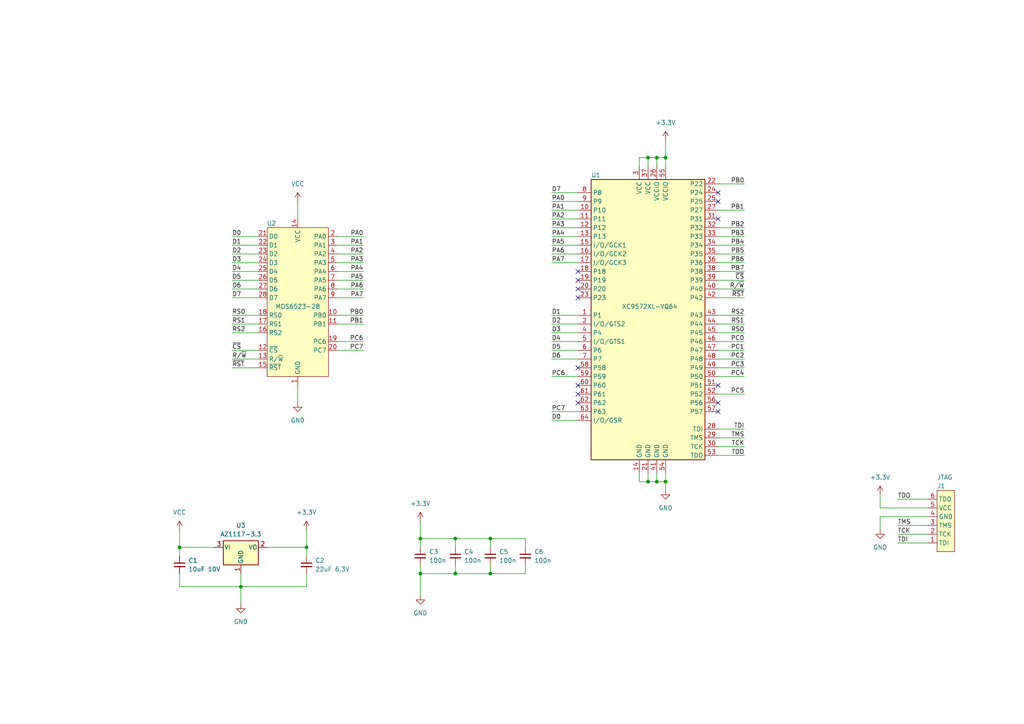
<source format=kicad_sch>
(kicad_sch (version 20230121) (generator eeschema)
  (paper "A4")
  (title_block (title "MOS6523-28 Replacement \"Fake6523\"") (date "2024-09-24") (rev "1"))
  (lib_symbols
    (symbol "CPLD_Xilinx:XC9572XL-VQ64"
      (property "Reference" "U" (at -16.51 40.64 0))
      (property "Value" "XC9572XL-VQ64" (at -16.51 -43.18 0))
      (symbol "XC9572XL-VQ64_1_1"
        (rectangle (start -16.51 39.37) (end 16.51 -41.91) (stroke (width 0.254)) (fill (type background)))
        (pin bidirectional line (at -20.32 0 0) (length 3.81) (name "P1") (number "1"))
        (pin bidirectional line (at -20.32 30.48 0) (length 3.81) (name "P10") (number "10"))
        (pin bidirectional line (at -20.32 27.94 0) (length 3.81) (name "P11") (number "11"))
        (pin bidirectional line (at -20.32 25.4 0) (length 3.81) (name "P12") (number "12"))
        (pin bidirectional line (at -20.32 22.86 0) (length 3.81) (name "P13") (number "13"))
        (pin power_in line (at -2.54 -45.72 90) (length 3.81) (name "GND") (number "14"))
        (pin bidirectional line (at -20.32 20.32 0) (length 3.81) (name "I/O/GCK1") (number "15"))
        (pin bidirectional line (at -20.32 17.78 0) (length 3.81) (name "I/O/GCK2") (number "16"))
        (pin bidirectional line (at -20.32 15.24 0) (length 3.81) (name "I/O/GCK3") (number "17"))
        (pin bidirectional line (at -20.32 12.7 0) (length 3.81) (name "P18") (number "18"))
        (pin bidirectional line (at -20.32 10.16 0) (length 3.81) (name "P19") (number "19"))
        (pin bidirectional line (at -20.32 -2.54 0) (length 3.81) (name "I/O/GTS2") (number "2"))
        (pin bidirectional line (at -20.32 7.62 0) (length 3.81) (name "P20") (number "20"))
        (pin power_in line (at 0 -45.72 90) (length 3.81) (name "GND") (number "21"))
        (pin bidirectional line (at 20.32 38.1 180) (length 3.81) (name "P22") (number "22"))
        (pin bidirectional line (at -20.32 5.08 0) (length 3.81) (name "P23") (number "23"))
        (pin bidirectional line (at 20.32 35.56 180) (length 3.81) (name "P24") (number "24"))
        (pin bidirectional line (at 20.32 33.02 180) (length 3.81) (name "P25") (number "25"))
        (pin power_in line (at 2.54 43.18 270) (length 3.81) (name "VCCIO") (number "26"))
        (pin bidirectional line (at 20.32 30.48 180) (length 3.81) (name "P27") (number "27"))
        (pin input line (at 20.32 -33.02 180) (length 3.81) (name "TDI") (number "28"))
        (pin input line (at 20.32 -35.56 180) (length 3.81) (name "TMS") (number "29"))
        (pin power_in line (at -2.54 43.18 270) (length 3.81) (name "VCC") (number "3"))
        (pin input line (at 20.32 -38.1 180) (length 3.81) (name "TCK") (number "30"))
        (pin bidirectional line (at 20.32 27.94 180) (length 3.81) (name "P31") (number "31"))
        (pin bidirectional line (at 20.32 25.4 180) (length 3.81) (name "P32") (number "32"))
        (pin bidirectional line (at 20.32 22.86 180) (length 3.81) (name "P33") (number "33"))
        (pin bidirectional line (at 20.32 20.32 180) (length 3.81) (name "P34") (number "34"))
        (pin bidirectional line (at 20.32 17.78 180) (length 3.81) (name "P35") (number "35"))
        (pin bidirectional line (at 20.32 15.24 180) (length 3.81) (name "P36") (number "36"))
        (pin power_in line (at 0 43.18 270) (length 3.81) (name "VCC") (number "37"))
        (pin bidirectional line (at 20.32 12.7 180) (length 3.81) (name "P38") (number "38"))
        (pin bidirectional line (at 20.32 10.16 180) (length 3.81) (name "P39") (number "39"))
        (pin bidirectional line (at -20.32 -5.08 0) (length 3.81) (name "P4") (number "4"))
        (pin bidirectional line (at 20.32 7.62 180) (length 3.81) (name "P40") (number "40"))
        (pin power_in line (at 2.54 -45.72 90) (length 3.81) (name "GND") (number "41"))
        (pin bidirectional line (at 20.32 5.08 180) (length 3.81) (name "P42") (number "42"))
        (pin bidirectional line (at 20.32 0 180) (length 3.81) (name "P43") (number "43"))
        (pin bidirectional line (at 20.32 -2.54 180) (length 3.81) (name "P44") (number "44"))
        (pin bidirectional line (at 20.32 -5.08 180) (length 3.81) (name "P45") (number "45"))
        (pin bidirectional line (at 20.32 -7.62 180) (length 3.81) (name "P46") (number "46"))
        (pin bidirectional line (at 20.32 -10.16 180) (length 3.81) (name "P47") (number "47"))
        (pin bidirectional line (at 20.32 -12.7 180) (length 3.81) (name "P48") (number "48"))
        (pin bidirectional line (at 20.32 -15.24 180) (length 3.81) (name "P49") (number "49"))
        (pin bidirectional line (at -20.32 -7.62 0) (length 3.81) (name "I/O/GTS1") (number "5"))
        (pin bidirectional line (at 20.32 -17.78 180) (length 3.81) (name "P50") (number "50"))
        (pin bidirectional line (at 20.32 -20.32 180) (length 3.81) (name "P51") (number "51"))
        (pin bidirectional line (at 20.32 -22.86 180) (length 3.81) (name "P52") (number "52"))
        (pin output line (at 20.32 -40.64 180) (length 3.81) (name "TDO") (number "53"))
        (pin power_in line (at 5.08 -45.72 90) (length 3.81) (name "GND") (number "54"))
        (pin power_in line (at 5.08 43.18 270) (length 3.81) (name "VCCIO") (number "55"))
        (pin bidirectional line (at 20.32 -25.4 180) (length 3.81) (name "P56") (number "56"))
        (pin bidirectional line (at 20.32 -27.94 180) (length 3.81) (name "P57") (number "57"))
        (pin bidirectional line (at -20.32 -15.24 0) (length 3.81) (name "P58") (number "58"))
        (pin bidirectional line (at -20.32 -17.78 0) (length 3.81) (name "P59") (number "59"))
        (pin bidirectional line (at -20.32 -10.16 0) (length 3.81) (name "P6") (number "6"))
        (pin bidirectional line (at -20.32 -20.32 0) (length 3.81) (name "P60") (number "60"))
        (pin bidirectional line (at -20.32 -22.86 0) (length 3.81) (name "P61") (number "61"))
        (pin bidirectional line (at -20.32 -25.4 0) (length 3.81) (name "P62") (number "62"))
        (pin bidirectional line (at -20.32 -27.94 0) (length 3.81) (name "P63") (number "63"))
        (pin bidirectional line (at -20.32 -30.48 0) (length 3.81) (name "I/O/GSR") (number "64"))
        (pin bidirectional line (at -20.32 -12.7 0) (length 3.81) (name "P7") (number "7"))
        (pin bidirectional line (at -20.32 35.56 0) (length 3.81) (name "P8") (number "8"))
        (pin bidirectional line (at -20.32 33.02 0) (length 3.81) (name "P9") (number "9"))
      )
    )
    (symbol "Device:C_Small" (pin_numbers hide) (pin_names (offset 0.254) hide)
      (property "Reference" "C" (at 0.254 1.778 0))
      (property "Value" "C_Small" (at 0.254 -2.032 0))
      (symbol "C_Small_0_1"
        (polyline (pts (xy -1.524 -0.508) (xy 1.524 -0.508)) (stroke (width 0.3302)))
        (polyline (pts (xy -1.524 0.508) (xy 1.524 0.508)) (stroke (width 0.3048)))
      )
      (symbol "C_Small_1_1"
        (pin passive line (at 0 2.54 270) (length 2.032) (name "~") (number "1"))
        (pin passive line (at 0 -2.54 90) (length 2.032) (name "~") (number "2"))
      )
    )
    (symbol "JTAG_header:JTAG_Header"
      (property "Reference" "J" (at -2.54 3.81 0))
      (property "Value" "JTAG" (at -2.54 6.35 0))
      (symbol "JTAG_Header_1_1"
        (rectangle (start -2.54 2.54) (end 2.54 -15.24) (fill (type background)))
        (pin bidirectional line (at -5.08 0 0) (length 2.54) (name "TDI") (number "1"))
        (pin bidirectional line (at -5.08 -2.54 0) (length 2.54) (name "TCK") (number "2"))
        (pin bidirectional line (at -5.08 -5.08 0) (length 2.54) (name "TMS") (number "3"))
        (pin power_in line (at -5.08 -7.62 0) (length 2.54) (name "GND") (number "4"))
        (pin power_in line (at -5.08 -10.16 0) (length 2.54) (name "VCC") (number "5"))
        (pin bidirectional line (at -5.08 -12.7 0) (length 2.54) (name "TDO") (number "6"))
      )
    )
    (symbol "MOS6523:MOS6523-28"
      (property "Reference" "U" (at -7.62 22.86 0))
      (property "Value" "MOS6523-28" (at 7.62 -22.86 0))
      (symbol "MOS6523-28_1_1"
        (rectangle (start -8.89 21.59) (end 8.89 -21.59) (fill (type background)))
        (pin power_in line (at 0 -24.13 90) (length 2.54) (name "GND") (number "1"))
        (pin bidirectional line (at 11.43 -3.81 180) (length 2.54) (name "PB0") (number "10"))
        (pin bidirectional line (at 11.43 -6.35 180) (length 2.54) (name "PB1") (number "11"))
        (pin input line (at -11.43 -13.97 0) (length 2.54) (name "~{CS}") (number "12"))
        (pin input line (at -11.43 -16.51 0) (length 2.54) (name "R/~{W}") (number "13"))
        (pin power_in line (at 0 24.13 270) (length 2.54) (name "VCC") (number "14"))
        (pin input line (at -11.43 -19.05 0) (length 2.54) (name "~{RST}") (number "15"))
        (pin input line (at -11.43 -8.89 0) (length 2.54) (name "RS2") (number "16"))
        (pin input line (at -11.43 -6.35 0) (length 2.54) (name "RS1") (number "17"))
        (pin input line (at -11.43 -3.81 0) (length 2.54) (name "RS0") (number "18"))
        (pin bidirectional line (at 11.43 -11.43 180) (length 2.54) (name "PC6") (number "19"))
        (pin bidirectional line (at 11.43 19.05 180) (length 2.54) (name "PA0") (number "2"))
        (pin bidirectional line (at 11.43 -13.97 180) (length 2.54) (name "PC7") (number "20"))
        (pin bidirectional line (at -11.43 19.05 0) (length 2.54) (name "D0") (number "21"))
        (pin bidirectional line (at -11.43 16.51 0) (length 2.54) (name "D1") (number "22"))
        (pin bidirectional line (at -11.43 13.97 0) (length 2.54) (name "D2") (number "23"))
        (pin bidirectional line (at -11.43 11.43 0) (length 2.54) (name "D3") (number "24"))
        (pin bidirectional line (at -11.43 8.89 0) (length 2.54) (name "D4") (number "25"))
        (pin bidirectional line (at -11.43 6.35 0) (length 2.54) (name "D5") (number "26"))
        (pin bidirectional line (at -11.43 3.81 0) (length 2.54) (name "D6") (number "27"))
        (pin bidirectional line (at -11.43 1.27 0) (length 2.54) (name "D7") (number "28"))
        (pin bidirectional line (at 11.43 16.51 180) (length 2.54) (name "PA1") (number "3"))
        (pin bidirectional line (at 11.43 13.97 180) (length 2.54) (name "PA2") (number "4"))
        (pin bidirectional line (at 11.43 11.43 180) (length 2.54) (name "PA3") (number "5"))
        (pin bidirectional line (at 11.43 8.89 180) (length 2.54) (name "PA4") (number "6"))
        (pin bidirectional line (at 11.43 6.35 180) (length 2.54) (name "PA5") (number "7"))
        (pin bidirectional line (at 11.43 3.81 180) (length 2.54) (name "PA6") (number "8"))
        (pin bidirectional line (at 11.43 1.27 180) (length 2.54) (name "PA7") (number "9"))
      )
    )
    (symbol "Regulator_Linear:AZ1117-3.3" (pin_names (offset 0.254))
      (property "Reference" "U" (at -3.81 3.175 0))
      (property "Value" "AZ1117-3.3" (at 0 3.175 0))
      (symbol "AZ1117-3.3_0_1"
        (rectangle (start -5.08 1.905) (end 5.08 -5.08) (stroke (width 0.254)) (fill (type background)))
      )
      (symbol "AZ1117-3.3_1_1"
        (pin power_in line (at 0 -7.62 90) (length 2.54) (name "GND") (number "1"))
        (pin power_out line (at 7.62 0 180) (length 2.54) (name "VO") (number "2"))
        (pin power_in line (at -7.62 0 0) (length 2.54) (name "VI") (number "3"))
      )
    )
    (symbol "power:+3.3V" (power) (pin_names (offset 0))
      (property "Value" "+3.3V" (at 0 3.556 0))
      (symbol "+3.3V_0_1"
        (polyline (pts (xy -0.762 1.27) (xy 0 2.54)))
        (polyline (pts (xy 0 0) (xy 0 2.54)))
        (polyline (pts (xy 0 2.54) (xy 0.762 1.27)))
      )
      (symbol "+3.3V_1_1"
        (pin power_in line (at 0 0 90) (length 0) hide (name "+3.3V") (number "1"))
      )
    )
    (symbol "power:GND" (power) (pin_names (offset 0))
      (property "Value" "GND" (at 0 -3.81 0))
      (symbol "GND_0_1"
        (polyline (pts (xy 0 0) (xy 0 -1.27) (xy 1.27 -1.27) (xy 0 -2.54) (xy -1.27 -1.27) (xy 0 -1.27)))
      )
      (symbol "GND_1_1"
        (pin power_in line (at 0 0 270) (length 0) hide (name "GND") (number "1"))
      )
    )
    (symbol "power:VCC" (power) (pin_names (offset 0))
      (property "Value" "VCC" (at 0 3.81 0))
      (symbol "VCC_0_1"
        (polyline (pts (xy -0.762 1.27) (xy 0 2.54)))
        (polyline (pts (xy 0 0) (xy 0 2.54)))
        (polyline (pts (xy 0 2.54) (xy 0.762 1.27)))
      )
      (symbol "VCC_1_1"
        (pin power_in line (at 0 0 90) (length 0) hide (name "VCC") (number "1"))
      )
    )
  )
  (junction (at 193.04 45.72))
  (junction (at 121.92 156.21))
  (junction (at 142.24 166.37))
  (junction (at 88.9 158.75))
  (junction (at 190.5 139.7))
  (junction (at 69.85 170.18))
  (junction (at 187.96 45.72))
  (junction (at 190.5 45.72))
  (junction (at 193.04 139.7))
  (junction (at 187.96 139.7))
  (junction (at 132.08 156.21))
  (junction (at 52.07 158.75))
  (junction (at 142.24 156.21))
  (junction (at 121.92 166.37))
  (junction (at 132.08 166.37))
  (no_connect (at 167.64 116.84))
  (no_connect (at 208.28 55.88))
  (no_connect (at 208.28 58.42))
  (no_connect (at 167.64 81.28))
  (no_connect (at 208.28 63.5))
  (no_connect (at 208.28 111.76))
  (no_connect (at 167.64 86.36))
  (no_connect (at 167.64 111.76))
  (no_connect (at 167.64 83.82))
  (no_connect (at 208.28 119.38))
  (no_connect (at 208.28 116.84))
  (no_connect (at 167.64 114.3))
  (no_connect (at 167.64 78.74))
  (no_connect (at 167.64 106.68))
  (wire (pts (xy 208.28 101.6) (xy 215.9 101.6)))
  (wire (pts (xy 88.9 158.75) (xy 88.9 153.67)))
  (wire (pts (xy 86.36 58.42) (xy 86.36 63.5)))
  (wire (pts (xy 77.47 158.75) (xy 88.9 158.75)))
  (wire (pts (xy 160.02 58.42) (xy 167.64 58.42)))
  (wire (pts (xy 255.27 153.67) (xy 255.27 149.86)))
  (wire (pts (xy 132.08 163.83) (xy 132.08 166.37)))
  (wire (pts (xy 121.92 151.13) (xy 121.92 156.21)))
  (wire (pts (xy 67.31 91.44) (xy 74.93 91.44)))
  (wire (pts (xy 185.42 45.72) (xy 187.96 45.72)))
  (wire (pts (xy 187.96 45.72) (xy 187.96 48.26)))
  (wire (pts (xy 67.31 101.6) (xy 74.93 101.6)))
  (wire (pts (xy 67.31 83.82) (xy 74.93 83.82)))
  (wire (pts (xy 208.28 124.46) (xy 215.9 124.46)))
  (wire (pts (xy 67.31 78.74) (xy 74.93 78.74)))
  (wire (pts (xy 160.02 66.04) (xy 167.64 66.04)))
  (wire (pts (xy 52.07 166.37) (xy 52.07 170.18)))
  (wire (pts (xy 260.35 154.94) (xy 269.24 154.94)))
  (wire (pts (xy 142.24 156.21) (xy 142.24 158.75)))
  (wire (pts (xy 142.24 166.37) (xy 152.4 166.37)))
  (wire (pts (xy 52.07 153.67) (xy 52.07 158.75)))
  (wire (pts (xy 208.28 81.28) (xy 215.9 81.28)))
  (wire (pts (xy 97.79 78.74) (xy 105.41 78.74)))
  (wire (pts (xy 255.27 143.51) (xy 255.27 147.32)))
  (wire (pts (xy 193.04 139.7) (xy 193.04 142.24)))
  (wire (pts (xy 67.31 68.58) (xy 74.93 68.58)))
  (wire (pts (xy 121.92 166.37) (xy 132.08 166.37)))
  (wire (pts (xy 67.31 76.2) (xy 74.93 76.2)))
  (wire (pts (xy 86.36 111.76) (xy 86.36 116.84)))
  (wire (pts (xy 260.35 144.78) (xy 269.24 144.78)))
  (wire (pts (xy 160.02 96.52) (xy 167.64 96.52)))
  (wire (pts (xy 160.02 93.98) (xy 167.64 93.98)))
  (wire (pts (xy 132.08 166.37) (xy 142.24 166.37)))
  (wire (pts (xy 208.28 91.44) (xy 215.9 91.44)))
  (wire (pts (xy 52.07 158.75) (xy 62.23 158.75)))
  (wire (pts (xy 132.08 156.21) (xy 142.24 156.21)))
  (wire (pts (xy 260.35 152.4) (xy 269.24 152.4)))
  (wire (pts (xy 160.02 119.38) (xy 167.64 119.38)))
  (wire (pts (xy 208.28 99.06) (xy 215.9 99.06)))
  (wire (pts (xy 152.4 156.21) (xy 152.4 158.75)))
  (wire (pts (xy 97.79 68.58) (xy 105.41 68.58)))
  (wire (pts (xy 208.28 93.98) (xy 215.9 93.98)))
  (wire (pts (xy 67.31 71.12) (xy 74.93 71.12)))
  (wire (pts (xy 160.02 55.88) (xy 167.64 55.88)))
  (wire (pts (xy 208.28 127) (xy 215.9 127)))
  (wire (pts (xy 190.5 45.72) (xy 193.04 45.72)))
  (wire (pts (xy 190.5 139.7) (xy 193.04 139.7)))
  (wire (pts (xy 97.79 93.98) (xy 105.41 93.98)))
  (wire (pts (xy 160.02 68.58) (xy 167.64 68.58)))
  (wire (pts (xy 132.08 156.21) (xy 132.08 158.75)))
  (wire (pts (xy 208.28 132.08) (xy 215.9 132.08)))
  (wire (pts (xy 208.28 109.22) (xy 215.9 109.22)))
  (wire (pts (xy 160.02 121.92) (xy 167.64 121.92)))
  (wire (pts (xy 88.9 170.18) (xy 69.85 170.18)))
  (wire (pts (xy 208.28 106.68) (xy 215.9 106.68)))
  (wire (pts (xy 208.28 66.04) (xy 215.9 66.04)))
  (wire (pts (xy 185.42 48.26) (xy 185.42 45.72)))
  (wire (pts (xy 208.28 104.14) (xy 215.9 104.14)))
  (wire (pts (xy 152.4 166.37) (xy 152.4 163.83)))
  (wire (pts (xy 193.04 139.7) (xy 193.04 137.16)))
  (wire (pts (xy 67.31 86.36) (xy 74.93 86.36)))
  (wire (pts (xy 67.31 81.28) (xy 74.93 81.28)))
  (wire (pts (xy 97.79 73.66) (xy 105.41 73.66)))
  (wire (pts (xy 260.35 157.48) (xy 269.24 157.48)))
  (wire (pts (xy 67.31 106.68) (xy 74.93 106.68)))
  (wire (pts (xy 160.02 91.44) (xy 167.64 91.44)))
  (wire (pts (xy 190.5 137.16) (xy 190.5 139.7)))
  (wire (pts (xy 67.31 104.14) (xy 74.93 104.14)))
  (wire (pts (xy 160.02 76.2) (xy 167.64 76.2)))
  (wire (pts (xy 160.02 63.5) (xy 167.64 63.5)))
  (wire (pts (xy 193.04 45.72) (xy 193.04 48.26)))
  (wire (pts (xy 208.28 60.96) (xy 215.9 60.96)))
  (wire (pts (xy 97.79 83.82) (xy 105.41 83.82)))
  (wire (pts (xy 187.96 139.7) (xy 190.5 139.7)))
  (wire (pts (xy 52.07 170.18) (xy 69.85 170.18)))
  (wire (pts (xy 121.92 163.83) (xy 121.92 166.37)))
  (wire (pts (xy 97.79 86.36) (xy 105.41 86.36)))
  (wire (pts (xy 208.28 68.58) (xy 215.9 68.58)))
  (wire (pts (xy 160.02 73.66) (xy 167.64 73.66)))
  (wire (pts (xy 97.79 99.06) (xy 105.41 99.06)))
  (wire (pts (xy 208.28 86.36) (xy 215.9 86.36)))
  (wire (pts (xy 208.28 53.34) (xy 215.9 53.34)))
  (wire (pts (xy 67.31 73.66) (xy 74.93 73.66)))
  (wire (pts (xy 121.92 166.37) (xy 121.92 172.72)))
  (wire (pts (xy 187.96 45.72) (xy 190.5 45.72)))
  (wire (pts (xy 88.9 166.37) (xy 88.9 170.18)))
  (wire (pts (xy 160.02 99.06) (xy 167.64 99.06)))
  (wire (pts (xy 208.28 129.54) (xy 215.9 129.54)))
  (wire (pts (xy 255.27 147.32) (xy 269.24 147.32)))
  (wire (pts (xy 185.42 139.7) (xy 187.96 139.7)))
  (wire (pts (xy 88.9 158.75) (xy 88.9 161.29)))
  (wire (pts (xy 208.28 76.2) (xy 215.9 76.2)))
  (wire (pts (xy 97.79 91.44) (xy 105.41 91.44)))
  (wire (pts (xy 160.02 109.22) (xy 167.64 109.22)))
  (wire (pts (xy 52.07 158.75) (xy 52.07 161.29)))
  (wire (pts (xy 97.79 76.2) (xy 105.41 76.2)))
  (wire (pts (xy 67.31 96.52) (xy 74.93 96.52)))
  (wire (pts (xy 208.28 73.66) (xy 215.9 73.66)))
  (wire (pts (xy 69.85 166.37) (xy 69.85 170.18)))
  (wire (pts (xy 142.24 156.21) (xy 152.4 156.21)))
  (wire (pts (xy 69.85 170.18) (xy 69.85 175.26)))
  (wire (pts (xy 190.5 45.72) (xy 190.5 48.26)))
  (wire (pts (xy 208.28 96.52) (xy 215.9 96.52)))
  (wire (pts (xy 67.31 93.98) (xy 74.93 93.98)))
  (wire (pts (xy 142.24 163.83) (xy 142.24 166.37)))
  (wire (pts (xy 97.79 101.6) (xy 105.41 101.6)))
  (wire (pts (xy 160.02 104.14) (xy 167.64 104.14)))
  (wire (pts (xy 97.79 81.28) (xy 105.41 81.28)))
  (wire (pts (xy 121.92 156.21) (xy 132.08 156.21)))
  (wire (pts (xy 193.04 40.64) (xy 193.04 45.72)))
  (wire (pts (xy 121.92 158.75) (xy 121.92 156.21)))
  (wire (pts (xy 208.28 71.12) (xy 215.9 71.12)))
  (wire (pts (xy 255.27 149.86) (xy 269.24 149.86)))
  (wire (pts (xy 160.02 60.96) (xy 167.64 60.96)))
  (wire (pts (xy 208.28 78.74) (xy 215.9 78.74)))
  (wire (pts (xy 97.79 71.12) (xy 105.41 71.12)))
  (wire (pts (xy 185.42 137.16) (xy 185.42 139.7)))
  (wire (pts (xy 160.02 101.6) (xy 167.64 101.6)))
  (wire (pts (xy 208.28 83.82) (xy 215.9 83.82)))
  (wire (pts (xy 187.96 137.16) (xy 187.96 139.7)))
  (wire (pts (xy 160.02 71.12) (xy 167.64 71.12)))
  (wire (pts (xy 208.28 114.3) (xy 215.9 114.3)))
  (label "TMS" (at 260.35 152.4 0))
  (label "PA3" (at 105.41 76.2 180))
  (label "D7" (at 67.31 86.36 0))
  (label "PA1" (at 105.41 71.12 180))
  (label "D2" (at 67.31 73.66 0))
  (label "PC1" (at 215.9 101.6 180))
  (label "D2" (at 160.02 93.98 0))
  (label "D5" (at 160.02 101.6 0))
  (label "PC6" (at 160.02 109.22 0))
  (label "PC5" (at 215.9 114.3 180))
  (label "PB0" (at 105.41 91.44 180))
  (label "TDO" (at 215.9 132.08 180))
  (label "D5" (at 67.31 81.28 0))
  (label "D0" (at 67.31 68.58 0))
  (label "PA1" (at 160.02 60.96 0))
  (label "D0" (at 160.02 121.92 0))
  (label "PB5" (at 215.9 73.66 180))
  (label "RS0" (at 67.31 91.44 0))
  (label "PB7" (at 215.9 78.74 180))
  (label "D7" (at 160.02 55.88 0))
  (label "~{RST}" (at 215.9 86.36 180))
  (label "PB1" (at 215.9 60.96 180))
  (label "PB4" (at 215.9 71.12 180))
  (label "PA4" (at 105.41 78.74 180))
  (label "D1" (at 160.02 91.44 0))
  (label "PA4" (at 160.02 68.58 0))
  (label "D6" (at 67.31 83.82 0))
  (label "TDI" (at 215.9 124.46 180))
  (label "PA7" (at 105.41 86.36 180))
  (label "PB6" (at 215.9 76.2 180))
  (label "PB1" (at 105.41 93.98 180))
  (label "RS1" (at 67.31 93.98 0))
  (label "RS1" (at 215.9 93.98 180))
  (label "~{RST}" (at 67.31 106.68 0))
  (label "D1" (at 67.31 71.12 0))
  (label "PA2" (at 105.41 73.66 180))
  (label "PC2" (at 215.9 104.14 180))
  (label "PC0" (at 215.9 99.06 180))
  (label "D4" (at 67.31 78.74 0))
  (label "TCK" (at 260.35 154.94 0))
  (label "PA5" (at 105.41 81.28 180))
  (label "TCK" (at 215.9 129.54 180))
  (label "PC6" (at 105.41 99.06 180))
  (label "D3" (at 160.02 96.52 0))
  (label "PB0" (at 215.9 53.34 180))
  (label "PA2" (at 160.02 63.5 0))
  (label "PA0" (at 105.41 68.58 180))
  (label "PC3" (at 215.9 106.68 180))
  (label "PA0" (at 160.02 58.42 0))
  (label "D3" (at 67.31 76.2 0))
  (label "PC7" (at 105.41 101.6 180))
  (label "TDI" (at 260.35 157.48 0))
  (label "R{slash}~{W}" (at 215.9 83.82 180))
  (label "RS2" (at 215.9 91.44 180))
  (label "PB2" (at 215.9 66.04 180))
  (label "PA3" (at 160.02 66.04 0))
  (label "PB3" (at 215.9 68.58 180))
  (label "D4" (at 160.02 99.06 0))
  (label "R{slash}~{W}" (at 67.31 104.14 0))
  (label "TMS" (at 215.9 127 180))
  (label "~{CS}" (at 215.9 81.28 180))
  (label "RS2" (at 67.31 96.52 0))
  (label "PA7" (at 160.02 76.2 0))
  (label "PA5" (at 160.02 71.12 0))
  (label "D6" (at 160.02 104.14 0))
  (label "PA6" (at 105.41 83.82 180))
  (label "PC4" (at 215.9 109.22 180))
  (label "PC7" (at 160.02 119.38 0))
  (label "~{CS}" (at 67.31 101.6 0))
  (label "PA6" (at 160.02 73.66 0))
  (label "RS0" (at 215.9 96.52 180))
  (label "TDO" (at 260.35 144.78 0))
  (symbol (lib_id "power:GND") (at 86.36 116.84 0) (unit 1)
    (property "Reference" "#PWR04" (effects hide))
    (property "Value" "GND" (at 86.36 121.92 0))
  )
  (symbol (lib_id "power:+3.3V") (at 193.04 40.64 0) (unit 1)
    (property "Reference" "#PWR01" (effects hide))
    (property "Value" "+3.3V" (at 193.04 35.56 0))
  )
  (symbol (lib_id "JTAG_header:JTAG_Header") (at 274.32 157.48 0) (mirror x) (unit 1)
    (property "Reference" "J1" (at 271.78 140.97 0) (effects (justify left)))
    (property "Value" "JTAG" (at 271.78 138.43 0) (effects (justify left)))
    (property "Footprint" "Connector_PinHeader_2.54mm:PinHeader_2x03_P2.54mm_Vertical" (effects hide))
  )
  (symbol (lib_id "Device:C_Small") (at 132.08 161.29 0) (unit 1)
    (property "Reference" "C4" (at 134.62 160.0263 0) (effects (justify left)))
    (property "Value" "100n" (at 134.62 162.5663 0) (effects (justify left)))
    (property "Footprint" "Capacitor_SMD:C_0603_1608Metric_Pad1.08x0.95mm_HandSolder" (effects hide))
  )
  (symbol (lib_id "Device:C_Small") (at 88.9 163.83 0) (unit 1)
    (property "Reference" "C2" (at 91.44 162.5663 0) (effects (justify left)))
    (property "Value" "22uF 6.3V" (at 91.44 165.1063 0) (effects (justify left)))
    (property "Footprint" "Capacitor_SMD:C_0603_1608Metric_Pad1.08x0.95mm_HandSolder" (effects hide))
  )
  (symbol (lib_id "Device:C_Small") (at 121.92 161.29 0) (unit 1)
    (property "Reference" "C3" (at 124.46 160.0263 0) (effects (justify left)))
    (property "Value" "100n" (at 124.46 162.5663 0) (effects (justify left)))
    (property "Footprint" "Capacitor_SMD:C_0603_1608Metric_Pad1.08x0.95mm_HandSolder" (effects hide))
  )
  (symbol (lib_id "MOS6523:MOS6523-28") (at 86.36 87.63 0) (unit 1)
    (property "Reference" "U2" (at 78.74 64.77 0))
    (property "Value" "MOS6523-28" (at 86.36 88.9 0))
    (property "Footprint" "Per:DIP-28_W15.24mm_BottomHeadersFlat" (effects hide))
  )
  (symbol (lib_id "Device:C_Small") (at 152.4 161.29 0) (unit 1)
    (property "Reference" "C6" (at 154.94 160.0263 0) (effects (justify left)))
    (property "Value" "100n" (at 154.94 162.5663 0) (effects (justify left)))
    (property "Footprint" "Capacitor_SMD:C_0603_1608Metric_Pad1.08x0.95mm_HandSolder" (effects hide))
  )
  (symbol (lib_id "power:VCC") (at 52.07 153.67 0) (unit 1)
    (property "Reference" "#PWR07" (effects hide))
    (property "Value" "VCC" (at 52.07 148.59 0))
  )
  (symbol (lib_id "power:GND") (at 69.85 175.26 0) (unit 1)
    (property "Reference" "#PWR09" (effects hide))
    (property "Value" "GND" (at 69.85 180.34 0))
  )
  (symbol (lib_id "Device:C_Small") (at 142.24 161.29 0) (unit 1)
    (property "Reference" "C5" (at 144.78 160.0263 0) (effects (justify left)))
    (property "Value" "100n" (at 144.78 162.5663 0) (effects (justify left)))
    (property "Footprint" "Capacitor_SMD:C_0603_1608Metric_Pad1.08x0.95mm_HandSolder" (effects hide))
  )
  (symbol (lib_id "power:GND") (at 193.04 142.24 0) (unit 1)
    (property "Reference" "#PWR02" (effects hide))
    (property "Value" "GND" (at 193.04 147.32 0))
  )
  (symbol (lib_id "Regulator_Linear:AZ1117-3.3") (at 69.85 158.75 0) (unit 1)
    (property "Reference" "U3" (at 69.85 152.4 0))
    (property "Value" "AZ1117-3.3" (at 69.85 154.94 0))
    (property "Footprint" "Package_TO_SOT_SMD:SOT-89-3_Handsoldering" (effects hide))
    (property "Datasheet" "https://www.diodes.com/assets/Datasheets/AZ1117.pdf" (effects hide))
  )
  (symbol (lib_id "power:GND") (at 121.92 172.72 0) (unit 1)
    (property "Reference" "#PWR010" (effects hide))
    (property "Value" "GND" (at 121.92 177.8 0))
  )
  (symbol (lib_id "power:+3.3V") (at 255.27 143.51 0) (unit 1)
    (property "Reference" "#PWR06" (effects hide))
    (property "Value" "+3.3V" (at 255.27 138.43 0))
  )
  (symbol (lib_id "power:+3.3V") (at 88.9 153.67 0) (unit 1)
    (property "Reference" "#PWR08" (effects hide))
    (property "Value" "+3.3V" (at 88.9 148.59 0))
  )
  (symbol (lib_id "power:VCC") (at 86.36 58.42 0) (unit 1)
    (property "Reference" "#PWR03" (effects hide))
    (property "Value" "VCC" (at 86.36 53.34 0))
  )
  (symbol (lib_id "Device:C_Small") (at 52.07 163.83 0) (unit 1)
    (property "Reference" "C1" (at 54.61 162.5663 0) (effects (justify left)))
    (property "Value" "10uF 10V" (at 54.61 165.1063 0) (effects (justify left)))
    (property "Footprint" "Capacitor_SMD:C_0603_1608Metric_Pad1.08x0.95mm_HandSolder" (effects hide))
  )
  (symbol (lib_id "CPLD_Xilinx:XC9572XL-VQ64") (at 187.96 91.44 0) (unit 1)
    (property "Reference" "U1" (at 171.45 50.8 0) (effects (justify left)))
    (property "Value" "XC9572XL-VQ64" (at 180.34 88.9 0) (effects (justify left)))
    (property "Footprint" "Package_QFP:TQFP-64_10x10mm_P0.5mm" (effects hide))
    (property "Datasheet" "http://www.xilinx.com/support/documentation/data_sheets/ds057.pdf" (effects hide))
  )
  (symbol (lib_id "power:GND") (at 255.27 153.67 0) (unit 1)
    (property "Reference" "#PWR05" (effects hide))
    (property "Value" "GND" (at 255.27 158.75 0))
  )
  (symbol (lib_id "power:+3.3V") (at 121.92 151.13 0) (unit 1)
    (property "Reference" "#PWR011" (effects hide))
    (property "Value" "+3.3V" (at 121.92 146.05 0))
  )
)
</source>
